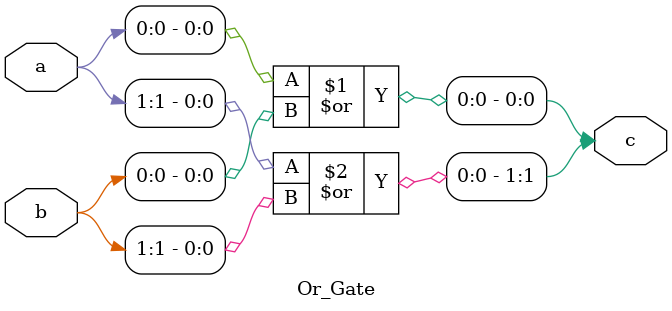
<source format=v>
`timescale 1ns / 1ps
module Or_Gate(
input wire [1:0] a,b,
output wire [1:0] c
    );

assign c[0] = a[0] | b[0];
assign c[1] = a[1] | b[1];

endmodule

</source>
